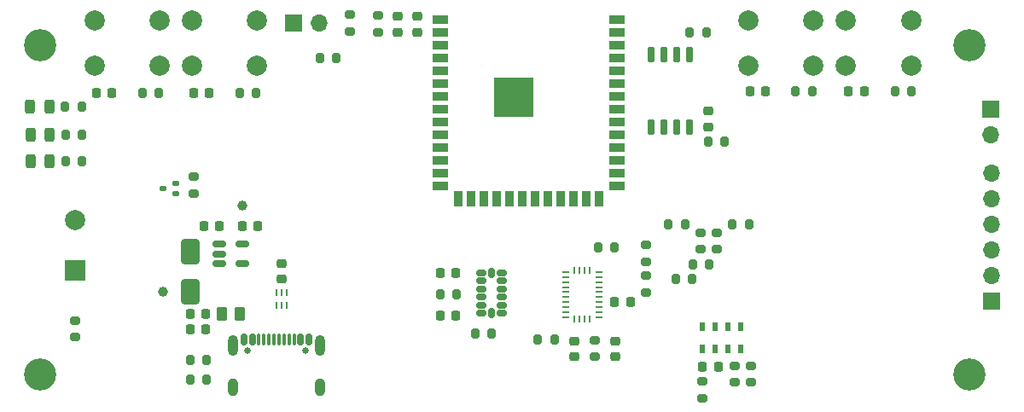
<source format=gts>
G04 #@! TF.GenerationSoftware,KiCad,Pcbnew,8.0.5*
G04 #@! TF.CreationDate,2024-11-13T12:29:25-06:00*
G04 #@! TF.ProjectId,APG_Sensor_Test_Board,4150475f-5365-46e7-936f-725f54657374,rev?*
G04 #@! TF.SameCoordinates,Original*
G04 #@! TF.FileFunction,Soldermask,Top*
G04 #@! TF.FilePolarity,Negative*
%FSLAX46Y46*%
G04 Gerber Fmt 4.6, Leading zero omitted, Abs format (unit mm)*
G04 Created by KiCad (PCBNEW 8.0.5) date 2024-11-13 12:29:25*
%MOMM*%
%LPD*%
G01*
G04 APERTURE LIST*
G04 Aperture macros list*
%AMRoundRect*
0 Rectangle with rounded corners*
0 $1 Rounding radius*
0 $2 $3 $4 $5 $6 $7 $8 $9 X,Y pos of 4 corners*
0 Add a 4 corners polygon primitive as box body*
4,1,4,$2,$3,$4,$5,$6,$7,$8,$9,$2,$3,0*
0 Add four circle primitives for the rounded corners*
1,1,$1+$1,$2,$3*
1,1,$1+$1,$4,$5*
1,1,$1+$1,$6,$7*
1,1,$1+$1,$8,$9*
0 Add four rect primitives between the rounded corners*
20,1,$1+$1,$2,$3,$4,$5,0*
20,1,$1+$1,$4,$5,$6,$7,0*
20,1,$1+$1,$6,$7,$8,$9,0*
20,1,$1+$1,$8,$9,$2,$3,0*%
G04 Aperture macros list end*
%ADD10RoundRect,0.150000X-0.150000X0.650000X-0.150000X-0.650000X0.150000X-0.650000X0.150000X0.650000X0*%
%ADD11RoundRect,0.200000X0.200000X0.275000X-0.200000X0.275000X-0.200000X-0.275000X0.200000X-0.275000X0*%
%ADD12RoundRect,0.062500X0.062500X-0.237500X0.062500X0.237500X-0.062500X0.237500X-0.062500X-0.237500X0*%
%ADD13C,3.200000*%
%ADD14RoundRect,0.150000X-0.325000X-0.150000X0.325000X-0.150000X0.325000X0.150000X-0.325000X0.150000X0*%
%ADD15RoundRect,0.150000X-0.150000X-0.325000X0.150000X-0.325000X0.150000X0.325000X-0.150000X0.325000X0*%
%ADD16R,1.700000X1.700000*%
%ADD17O,1.700000X1.700000*%
%ADD18RoundRect,0.200000X-0.200000X-0.275000X0.200000X-0.275000X0.200000X0.275000X-0.200000X0.275000X0*%
%ADD19C,0.650000*%
%ADD20RoundRect,0.150000X-0.150000X-0.425000X0.150000X-0.425000X0.150000X0.425000X-0.150000X0.425000X0*%
%ADD21RoundRect,0.075000X-0.075000X-0.500000X0.075000X-0.500000X0.075000X0.500000X-0.075000X0.500000X0*%
%ADD22O,1.000000X2.100000*%
%ADD23O,1.000000X1.800000*%
%ADD24RoundRect,0.225000X0.225000X0.250000X-0.225000X0.250000X-0.225000X-0.250000X0.225000X-0.250000X0*%
%ADD25RoundRect,0.200000X-0.275000X0.200000X-0.275000X-0.200000X0.275000X-0.200000X0.275000X0.200000X0*%
%ADD26RoundRect,0.225000X-0.250000X0.225000X-0.250000X-0.225000X0.250000X-0.225000X0.250000X0.225000X0*%
%ADD27R,0.550000X0.950000*%
%ADD28RoundRect,0.250000X0.262500X0.450000X-0.262500X0.450000X-0.262500X-0.450000X0.262500X-0.450000X0*%
%ADD29RoundRect,0.150000X-0.512500X-0.150000X0.512500X-0.150000X0.512500X0.150000X-0.512500X0.150000X0*%
%ADD30RoundRect,0.200000X0.275000X-0.200000X0.275000X0.200000X-0.275000X0.200000X-0.275000X-0.200000X0*%
%ADD31RoundRect,0.225000X0.250000X-0.225000X0.250000X0.225000X-0.250000X0.225000X-0.250000X-0.225000X0*%
%ADD32RoundRect,0.243750X0.243750X0.456250X-0.243750X0.456250X-0.243750X-0.456250X0.243750X-0.456250X0*%
%ADD33RoundRect,0.125000X0.175000X0.125000X-0.175000X0.125000X-0.175000X-0.125000X0.175000X-0.125000X0*%
%ADD34RoundRect,0.225000X-0.225000X-0.250000X0.225000X-0.250000X0.225000X0.250000X-0.225000X0.250000X0*%
%ADD35C,2.000000*%
%ADD36R,2.000000X2.000000*%
%ADD37C,1.000000*%
%ADD38R,0.675000X0.254000*%
%ADD39R,0.254000X0.675000*%
%ADD40RoundRect,0.250000X-0.650000X1.000000X-0.650000X-1.000000X0.650000X-1.000000X0.650000X1.000000X0*%
%ADD41R,1.500000X0.900000*%
%ADD42R,0.900000X1.500000*%
%ADD43C,0.600000*%
%ADD44R,3.900000X3.900000*%
G04 APERTURE END LIST*
D10*
X165205000Y-54950000D03*
X163935000Y-54950000D03*
X162665000Y-54950000D03*
X161395000Y-54950000D03*
X161395000Y-62150000D03*
X162665000Y-62150000D03*
X163935000Y-62150000D03*
X165205000Y-62150000D03*
D11*
X165450000Y-77275000D03*
X163800000Y-77275000D03*
D12*
X124200000Y-79900000D03*
X124700000Y-79900000D03*
X125200000Y-79900000D03*
X125200000Y-78600000D03*
X124700000Y-78600000D03*
X124200000Y-78600000D03*
D13*
X192950000Y-54000000D03*
D14*
X144550000Y-76650000D03*
X144550000Y-77450000D03*
X144550000Y-78250000D03*
X144550000Y-79050000D03*
X144550000Y-79850000D03*
X144550000Y-80650000D03*
D15*
X145550000Y-80650000D03*
D14*
X146550000Y-80650000D03*
X146550000Y-79850000D03*
X146550000Y-79050000D03*
X146550000Y-78250000D03*
X146550000Y-77450000D03*
X146550000Y-76650000D03*
D15*
X145550000Y-76650000D03*
D16*
X125875000Y-51850000D03*
D17*
X128415000Y-51850000D03*
D18*
X163100000Y-71800000D03*
X164750000Y-71800000D03*
D19*
X121310000Y-84345000D03*
X127090000Y-84345000D03*
D20*
X121000000Y-83270000D03*
X121800000Y-83270000D03*
D21*
X122950000Y-83270000D03*
X123950000Y-83270000D03*
X124450000Y-83270000D03*
X125450000Y-83270000D03*
D20*
X126600000Y-83270000D03*
X127400000Y-83270000D03*
X127400000Y-83270000D03*
X126600000Y-83270000D03*
D21*
X125950000Y-83270000D03*
X124950000Y-83270000D03*
X123450000Y-83270000D03*
X122450000Y-83270000D03*
D20*
X121800000Y-83270000D03*
X121000000Y-83270000D03*
D22*
X119880000Y-83845000D03*
D23*
X119880000Y-88025000D03*
D22*
X128520000Y-83845000D03*
D23*
X128520000Y-88025000D03*
D11*
X171100000Y-71800000D03*
X169450000Y-71800000D03*
D18*
X143900000Y-82700000D03*
X145550000Y-82700000D03*
D24*
X142025000Y-76650000D03*
X140475000Y-76650000D03*
D25*
X171300000Y-85875000D03*
X171300000Y-87525000D03*
D11*
X122212500Y-58750000D03*
X120562500Y-58750000D03*
X166855000Y-52750000D03*
X165205000Y-52750000D03*
D24*
X117525000Y-58750000D03*
X115975000Y-58750000D03*
D11*
X168700000Y-63650000D03*
X167050000Y-63650000D03*
D26*
X138208332Y-51200000D03*
X138208332Y-52750000D03*
D25*
X160850000Y-73875000D03*
X160850000Y-75525000D03*
D27*
X166500000Y-84150000D03*
X167750000Y-84150000D03*
X169000000Y-84150000D03*
X170250000Y-84150000D03*
X170250000Y-82000000D03*
X169000000Y-82000000D03*
X167750000Y-82000000D03*
X166500000Y-82000000D03*
D28*
X120612500Y-80750000D03*
X118787500Y-80750000D03*
D25*
X116000000Y-67100000D03*
X116000000Y-68750000D03*
D11*
X157775000Y-74100000D03*
X156125000Y-74100000D03*
D29*
X118562500Y-73800000D03*
X118562500Y-74750000D03*
X118562500Y-75700000D03*
X120837500Y-75700000D03*
X120837500Y-73800000D03*
D11*
X117275000Y-87250000D03*
X115625000Y-87250000D03*
D26*
X153750000Y-83425000D03*
X153750000Y-84975000D03*
D30*
X169650000Y-87525000D03*
X169650000Y-85875000D03*
D25*
X134250000Y-51100000D03*
X134250000Y-52750000D03*
D31*
X167050000Y-62150000D03*
X167050000Y-60600000D03*
D24*
X118562500Y-72000000D03*
X117012500Y-72000000D03*
D11*
X104925000Y-62900000D03*
X103275000Y-62900000D03*
D30*
X160850000Y-78575000D03*
X160850000Y-76925000D03*
X166500000Y-89075000D03*
X166500000Y-87425000D03*
D11*
X187225000Y-58650000D03*
X185575000Y-58650000D03*
D32*
X101687500Y-62900000D03*
X99812500Y-62900000D03*
D13*
X100800000Y-54000000D03*
D25*
X167875000Y-72650000D03*
X167875000Y-74300000D03*
D11*
X151775000Y-83250000D03*
X150125000Y-83250000D03*
D33*
X114250000Y-68800000D03*
X114250000Y-67800000D03*
X112950000Y-68300000D03*
D34*
X157775000Y-79550000D03*
X159325000Y-79550000D03*
D35*
X112650000Y-56050000D03*
X106150000Y-56050000D03*
X112650000Y-51550000D03*
X106150000Y-51550000D03*
D24*
X182525000Y-58650000D03*
X180975000Y-58650000D03*
D35*
X180700000Y-51550000D03*
X187200000Y-51550000D03*
X180700000Y-56050000D03*
X187200000Y-56050000D03*
D36*
X104200000Y-76400000D03*
D35*
X104200000Y-71400000D03*
D32*
X101687500Y-65550000D03*
X99812500Y-65550000D03*
D24*
X117225000Y-82250000D03*
X115675000Y-82250000D03*
D18*
X128502500Y-55290000D03*
X130152500Y-55290000D03*
D30*
X131500000Y-52675000D03*
X131500000Y-51025000D03*
D26*
X124700000Y-75725000D03*
X124700000Y-77275000D03*
D30*
X104200000Y-83025000D03*
X104200000Y-81375000D03*
D24*
X107875000Y-58750000D03*
X106325000Y-58750000D03*
D11*
X177375000Y-58650000D03*
X175725000Y-58650000D03*
D25*
X166325000Y-72650000D03*
X166325000Y-74300000D03*
D37*
X120837500Y-70000000D03*
D24*
X142025000Y-80850000D03*
X140475000Y-80850000D03*
D11*
X104925000Y-65550000D03*
X103275000Y-65550000D03*
D30*
X155800000Y-84987500D03*
X155800000Y-83337500D03*
D11*
X117275000Y-85250000D03*
X115625000Y-85250000D03*
D24*
X117225000Y-80750000D03*
X115675000Y-80750000D03*
D11*
X112562500Y-58750000D03*
X110912500Y-58750000D03*
D13*
X100800000Y-86750000D03*
X192950000Y-86750000D03*
D11*
X167150000Y-75775000D03*
X165500000Y-75775000D03*
D37*
X112950000Y-78500000D03*
D38*
X152887500Y-81050000D03*
D39*
X153800000Y-81187500D03*
X154300000Y-81187500D03*
X154800000Y-81187500D03*
X155300000Y-81187500D03*
D38*
X156212500Y-81050000D03*
X156212500Y-80550000D03*
X156212500Y-80050000D03*
X156212500Y-79550000D03*
X156212500Y-79050000D03*
X156212500Y-78550000D03*
X156212500Y-78050000D03*
X156212500Y-77550000D03*
X156212500Y-77050000D03*
X156212500Y-76550000D03*
D39*
X155300000Y-76412500D03*
X154800000Y-76412500D03*
X154300000Y-76412500D03*
X153800000Y-76412500D03*
D38*
X152887500Y-76550000D03*
X152887500Y-77050000D03*
X152887500Y-77550000D03*
X152887500Y-78050000D03*
X152887500Y-78550000D03*
X152887500Y-79050000D03*
X152887500Y-79550000D03*
X152887500Y-80050000D03*
X152887500Y-80550000D03*
D35*
X171000000Y-51550000D03*
X177500000Y-51550000D03*
X171000000Y-56050000D03*
X177500000Y-56050000D03*
D11*
X104875000Y-60150000D03*
X103225000Y-60150000D03*
D24*
X172725000Y-58650000D03*
X171175000Y-58650000D03*
D35*
X122300000Y-56050000D03*
X115800000Y-56050000D03*
X122300000Y-51550000D03*
X115800000Y-51550000D03*
D26*
X157850000Y-83425000D03*
X157850000Y-84975000D03*
D16*
X195100000Y-60355000D03*
D17*
X195100000Y-62895000D03*
D16*
X195150000Y-79420000D03*
D17*
X195150000Y-76880000D03*
X195150000Y-74340000D03*
X195150000Y-71800000D03*
X195150000Y-69260000D03*
X195150000Y-66720000D03*
D18*
X140462500Y-78750000D03*
X142112500Y-78750000D03*
D26*
X136229166Y-51200000D03*
X136229166Y-52750000D03*
D40*
X115700000Y-74500000D03*
X115700000Y-78500000D03*
D32*
X101650000Y-60150000D03*
X99775000Y-60150000D03*
D34*
X166500000Y-85925000D03*
X168050000Y-85925000D03*
X120837500Y-72000000D03*
X122387500Y-72000000D03*
D41*
X140500000Y-51480000D03*
X140500000Y-52750000D03*
X140500000Y-54020000D03*
X140500000Y-55290000D03*
X140500000Y-56560000D03*
X140500000Y-57830000D03*
X140500000Y-59100000D03*
X140500000Y-60370000D03*
X140500000Y-61640000D03*
X140500000Y-62910000D03*
X140500000Y-64180000D03*
X140500000Y-65450000D03*
X140500000Y-66720000D03*
X140500000Y-67990000D03*
D42*
X142265000Y-69240000D03*
X143535000Y-69240000D03*
X144805000Y-69240000D03*
X146075000Y-69240000D03*
X147345000Y-69240000D03*
X148615000Y-69240000D03*
X149885000Y-69240000D03*
X151155000Y-69240000D03*
X152425000Y-69240000D03*
X153695000Y-69240000D03*
X154965000Y-69240000D03*
X156235000Y-69240000D03*
D41*
X158000000Y-67990000D03*
X158000000Y-66720000D03*
X158000000Y-65450000D03*
X158000000Y-64180000D03*
X158000000Y-62910000D03*
X158000000Y-61640000D03*
X158000000Y-60370000D03*
X158000000Y-59100000D03*
X158000000Y-57830000D03*
X158000000Y-56560000D03*
X158000000Y-55290000D03*
X158000000Y-54020000D03*
X158000000Y-52750000D03*
X158000000Y-51480000D03*
D43*
X146350000Y-58500000D03*
X146350000Y-59900000D03*
X147050000Y-57800000D03*
X147050000Y-59200000D03*
X147050000Y-60600000D03*
X147750000Y-58500000D03*
D44*
X147750000Y-59200000D03*
D43*
X147750000Y-59900000D03*
X148450000Y-57800000D03*
X148450000Y-59200000D03*
X148450000Y-60600000D03*
X149150000Y-58500000D03*
X149150000Y-59900000D03*
M02*

</source>
